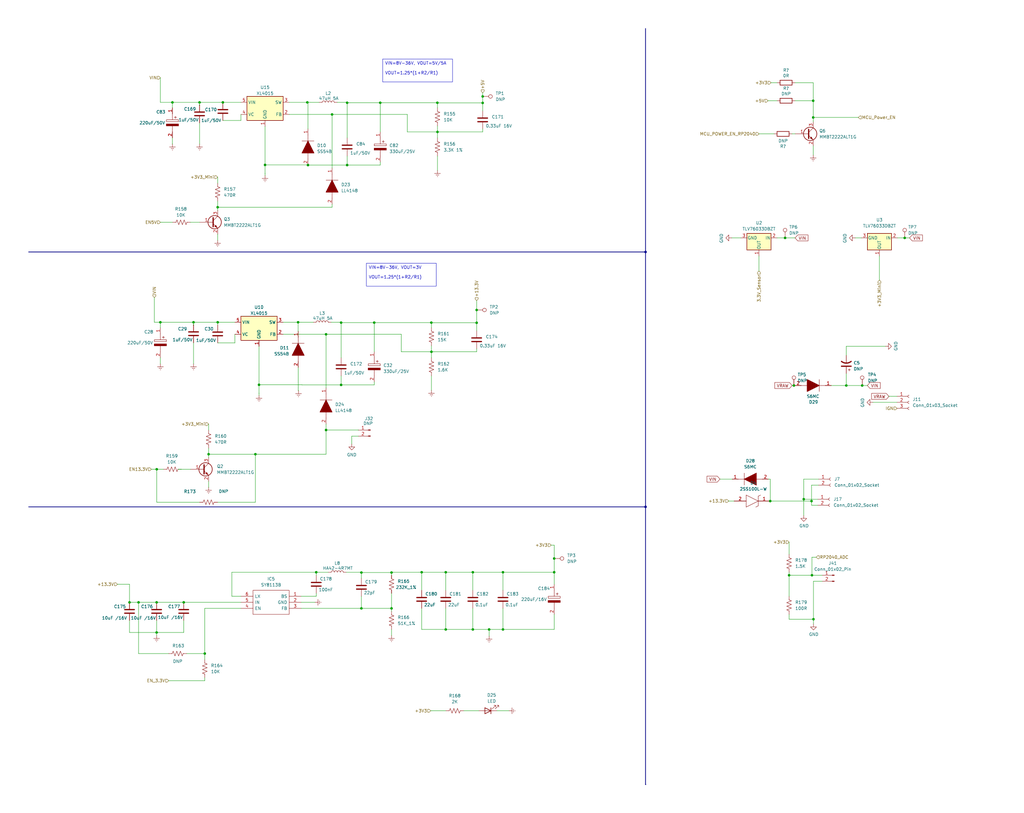
<source format=kicad_sch>
(kicad_sch (version 20230819) (generator eeschema)
  (paper "User" 431.8 342.9)
  (junction (at 77.47 254))
  (junction (at 87.9567 191.5238))
  (junction (at 381.4882 100.33))
  (junction (at 109.22 162.2591))
  (junction (at 66.04 266.7))
  (junction (at 81.6019 135.89))
  (junction (at 334.7742 162.56))
  (junction (at 133.35 241.3))
  (junction (at 66.04 254))
  (junction (at 200.9867 136.109))
  (junction (at 212.09 265.43))
  (junction (at 84.1419 43.18))
  (junction (at 160.3467 43.3232))
  (junction (at 181.9367 148.3438))
  (junction (at 129.5952 43.18))
  (junction (at 272.2111 106.2507))
  (junction (at 91.7921 135.89))
  (junction (at 342.9 49.53))
  (junction (at 137.4867 181.3307))
  (junction (at 342.3899 242.57))
  (junction (at 72.7125 43.18))
  (junction (at 184.4767 55.6338))
  (junction (at 212.09 241.3))
  (junction (at 332.74 242.57))
  (junction (at 342.9 42.4864))
  (junction (at 203.5267 40.6677))
  (junction (at 137.4867 140.97))
  (junction (at 338.9171 210.488))
  (junction (at 111.76 69.5491))
  (junction (at 107.7044 191.5238))
  (junction (at 165.1 241.4213))
  (junction (at 356.87 162.56))
  (junction (at 152.4 241.4213))
  (junction (at 342.2074 211.2877))
  (junction (at 129.8667 69.6038))
  (junction (at 324.7848 211.2877))
  (junction (at 206.248 265.43))
  (junction (at 177.8 241.3))
  (junction (at 200.9867 130.7165))
  (junction (at 233.68 241.3))
  (junction (at 343.0251 261.0961))
  (junction (at 143.8367 162.3138))
  (junction (at 187.96 265.43))
  (junction (at 66.0848 197.8738))
  (junction (at 91.7667 87.3838))
  (junction (at 152.4 256.54))
  (junction (at 146.3767 43.3232))
  (junction (at 140.0267 48.26))
  (junction (at 199.39 241.3))
  (junction (at 67.6367 135.89))
  (junction (at 54.61 254))
  (junction (at 363.5706 162.56))
  (junction (at 157.8067 136.0332))
  (junction (at 331.0527 100.33))
  (junction (at 181.8942 136.0332))
  (junction (at 143.8367 136.0332))
  (junction (at 93.98 43.18))
  (junction (at 86.36 275.59))
  (junction (at 58.42 254))
  (junction (at 272.2111 213.7291))
  (junction (at 125.6954 135.89))
  (junction (at 203.5267 43.399))
  (junction (at 165.1 256.54))
  (junction (at 187.96 241.3))
  (junction (at 146.3767 69.6038))
  (junction (at 184.4342 43.3232))
  (junction (at 233.68 235.5096))
  (junction (at 199.39 265.43))
  (wire (pts (xy 81.6019 135.89) (xy 91.7921 135.89)))
  (wire (pts (xy 86.36 275.59) (xy 86.36 278.13)))
  (wire (pts (xy 140.0267 87.3838) (xy 140.0267 86.1138)))
  (wire (pts (xy 91.7667 88.6167) (xy 91.7825 88.6167)))
  (wire (pts (xy 177.8 241.3) (xy 165.1 241.3)))
  (wire (pts (xy 129.8667 54.3638) (xy 129.8667 43.18)))
  (wire (pts (xy 181.61 299.72) (xy 187.96 299.72)))
  (wire (pts (xy 137.4867 178.8238) (xy 137.4867 181.3307)))
  (wire (pts (xy 97.79 251.46) (xy 97.79 241.3)))
  (wire (pts (xy 143.8367 158.5038) (xy 143.8367 162.3138)))
  (wire (pts (xy 335.28 34.8664) (xy 342.9 34.8664)))
  (wire (pts (xy 133.35 241.3) (xy 133.35 242.57)))
  (wire (pts (xy 58.42 254) (xy 66.04 254)))
  (wire (pts (xy 111.76 69.5491) (xy 111.76 73.1676)))
  (wire (pts (xy 169.2367 148.3438) (xy 181.9367 148.3438)))
  (wire (pts (xy 203.5267 40.6677) (xy 203.5267 43.399)))
  (wire (pts (xy 203.5267 43.399) (xy 203.5267 46.7438)))
  (wire (pts (xy 157.8067 162.3138) (xy 143.8367 162.3138)))
  (wire (pts (xy 165.1 241.3) (xy 165.1 241.4213)))
  (wire (pts (xy 81.6019 137.16) (xy 81.6067 137.16)))
  (wire (pts (xy 342.2074 211.2877) (xy 342.2074 213.028)))
  (wire (pts (xy 54.61 266.7) (xy 66.04 266.7)))
  (wire (pts (xy 308.61 100.33) (xy 312.42 100.33)))
  (wire (pts (xy 350.52 162.56) (xy 356.87 162.56)))
  (wire (pts (xy 80.3367 93.6967) (xy 80.3367 93.7338)))
  (wire (pts (xy 360.68 100.33) (xy 363.22 100.33)))
  (wire (pts (xy 109.22 162.2591) (xy 109.22 165.8776)))
  (wire (pts (xy 91.7667 101.3538) (xy 91.7667 98.7767)))
  (wire (pts (xy 334.7742 162.56) (xy 335.28 162.56)))
  (wire (pts (xy 342.3899 234.95) (xy 342.3899 242.57)))
  (wire (pts (xy 137.4867 181.3307) (xy 151.13 181.3307)))
  (wire (pts (xy 111.76 53.34) (xy 111.76 69.5491)))
  (wire (pts (xy 199.39 256.54) (xy 199.39 265.43)))
  (wire (pts (xy 199.39 265.43) (xy 206.248 265.43)))
  (wire (pts (xy 374.8444 167.1302) (xy 378.2432 167.1302)))
  (wire (pts (xy 342.9 34.8664) (xy 342.9 42.4864)))
  (wire (pts (xy 87.9542 191.5238) (xy 87.9542 192.835)))
  (wire (pts (xy 307.2583 211.252) (xy 307.2583 211.2877)))
  (wire (pts (xy 75.2542 197.915) (xy 75.2542 197.8738)))
  (wire (pts (xy 344.8175 213.028) (xy 342.2074 213.028)))
  (wire (pts (xy 195.58 299.72) (xy 201.93 299.72)))
  (wire (pts (xy 66.04 267.97) (xy 66.04 266.7)))
  (wire (pts (xy 143.51 136.0332) (xy 143.8367 136.0332)))
  (wire (pts (xy 143.8367 136.0332) (xy 157.8067 136.0332)))
  (wire (pts (xy 160.3467 55.6338) (xy 160.3467 43.3232)))
  (wire (pts (xy 91.7667 98.7767) (xy 91.7825 98.7767)))
  (wire (pts (xy 206.248 265.43) (xy 206.248 268.224)))
  (wire (pts (xy 84.1419 43.18) (xy 93.98 43.18)))
  (wire (pts (xy 199.39 241.3) (xy 187.96 241.3)))
  (wire (pts (xy 165.1 257.81) (xy 165.1 256.54)))
  (wire (pts (xy 233.68 259.08) (xy 233.68 265.43)))
  (wire (pts (xy 132.0501 135.89) (xy 132.0501 135.8854)))
  (wire (pts (xy 121.92 43.18) (xy 129.5952 43.18)))
  (bus (pts (xy 12.0996 213.7291) (xy 272.2111 213.7291)))
  (wire (pts (xy 87.9567 178.8238) (xy 87.9567 181.3638)))
  (wire (pts (xy 66.04 254) (xy 77.47 254)))
  (wire (pts (xy 157.8067 161.0438) (xy 157.8067 162.3138)))
  (wire (pts (xy 209.55 299.72) (xy 214.63 299.72)))
  (wire (pts (xy 67.6367 138.1838) (xy 67.6367 135.89)))
  (wire (pts (xy 87.9567 191.5238) (xy 107.7044 191.5238)))
  (wire (pts (xy 365.76 162.56) (xy 363.5706 162.56)))
  (wire (pts (xy 140.0267 48.26) (xy 140.0267 70.8738)))
  (wire (pts (xy 67.6367 135.89) (xy 81.6019 135.89)))
  (bus (pts (xy 12.0738 106.2507) (xy 272.2111 106.2507)))
  (wire (pts (xy 137.4867 181.3307) (xy 137.4867 191.5238)))
  (wire (pts (xy 54.61 261.62) (xy 54.61 266.7)))
  (wire (pts (xy 332.74 228.6) (xy 332.74 233.68)))
  (wire (pts (xy 91.7667 74.6838) (xy 91.7667 77.2238)))
  (wire (pts (xy 101.6 251.46) (xy 97.79 251.46)))
  (wire (pts (xy 109.22 146.05) (xy 109.22 162.2591)))
  (wire (pts (xy 101.6 256.54) (xy 86.36 256.54)))
  (wire (pts (xy 133.35 241.3) (xy 138.43 241.3)))
  (wire (pts (xy 67.6367 93.7338) (xy 72.7167 93.7338)))
  (wire (pts (xy 181.9367 148.3438) (xy 181.9367 150.8838)))
  (wire (pts (xy 137.4867 140.97) (xy 169.2367 140.97)))
  (wire (pts (xy 177.8 241.3) (xy 177.8 248.92)))
  (wire (pts (xy 187.96 241.3) (xy 177.8 241.3)))
  (wire (pts (xy 332.74 261.0961) (xy 343.0251 261.0961)))
  (wire (pts (xy 157.8067 148.3438) (xy 157.8067 136.0332)))
  (wire (pts (xy 323.85 42.4864) (xy 327.66 42.4864)))
  (wire (pts (xy 65.0967 125.4838) (xy 65.0967 135.89)))
  (wire (pts (xy 212.09 256.54) (xy 212.09 265.43)))
  (wire (pts (xy 86.36 287.02) (xy 86.36 285.75)))
  (wire (pts (xy 171.7767 55.6338) (xy 184.4767 55.6338)))
  (wire (pts (xy 212.09 241.3) (xy 212.09 248.92)))
  (wire (pts (xy 78.74 275.59) (xy 86.36 275.59)))
  (wire (pts (xy 165.1 250.19) (xy 165.1 256.54)))
  (wire (pts (xy 342.9 49.53) (xy 342.9 51.3764)))
  (wire (pts (xy 129.8667 69.5491) (xy 129.8667 69.6038)))
  (wire (pts (xy 146.05 43.3232) (xy 146.3767 43.3232)))
  (wire (pts (xy 67.6367 150.8838) (xy 67.6367 153.4238)))
  (wire (pts (xy 338.9171 202.0277) (xy 338.9171 210.488)))
  (wire (pts (xy 93.98 50.8) (xy 101.6 50.8)))
  (wire (pts (xy 148.336 183.896) (xy 148.336 187.198)))
  (wire (pts (xy 151.13 183.896) (xy 148.336 183.896)))
  (wire (pts (xy 184.4767 55.6338) (xy 184.4767 58.1738)))
  (wire (pts (xy 200.9867 136.109) (xy 200.9867 139.4538)))
  (wire (pts (xy 184.4342 43.3232) (xy 184.4767 43.3232)))
  (wire (pts (xy 87.9542 205.4938) (xy 87.9567 205.4938)))
  (wire (pts (xy 212.09 241.3) (xy 199.39 241.3)))
  (wire (pts (xy 72.7125 58.1395) (xy 72.7125 60.7138)))
  (wire (pts (xy 342.2074 204.5677) (xy 342.2074 211.2877)))
  (wire (pts (xy 335.28 100.33) (xy 331.0527 100.33)))
  (bus (pts (xy 272.2111 106.2507) (xy 272.2111 213.7291)))
  (wire (pts (xy 184.4767 53.0938) (xy 184.4767 55.6338)))
  (wire (pts (xy 81.6067 137.16) (xy 81.6067 136.9138)))
  (wire (pts (xy 181.9367 148.3438) (xy 200.9867 148.3438)))
  (wire (pts (xy 334.01 162.56) (xy 334.7742 162.56)))
  (wire (pts (xy 87.9567 188.9838) (xy 87.9567 191.5238)))
  (wire (pts (xy 146.3767 65.7938) (xy 146.3767 69.6038)))
  (wire (pts (xy 129.8667 43.18) (xy 129.5952 43.18)))
  (wire (pts (xy 63.8267 197.8738) (xy 66.0848 197.8738)))
  (wire (pts (xy 109.22 162.2591) (xy 127.3267 162.2591)))
  (wire (pts (xy 233.68 229.87) (xy 233.68 235.5096)))
  (wire (pts (xy 344.8175 210.488) (xy 338.9171 210.488)))
  (wire (pts (xy 146.3767 43.3232) (xy 160.3467 43.3232)))
  (wire (pts (xy 54.61 254) (xy 58.42 254)))
  (wire (pts (xy 324.7848 202.0372) (xy 324.7848 211.2877)))
  (wire (pts (xy 65.0967 135.89) (xy 67.6367 135.89)))
  (wire (pts (xy 343.0251 261.0961) (xy 343.0251 263.0985)))
  (wire (pts (xy 342.9 42.4864) (xy 335.28 42.4864)))
  (wire (pts (xy 338.9171 210.488) (xy 338.9171 217.3282)))
  (wire (pts (xy 101.6 50.8) (xy 101.6 48.26)))
  (wire (pts (xy 77.47 254) (xy 101.6 254)))
  (wire (pts (xy 181.9367 138.1838) (xy 181.9367 136.0332)))
  (wire (pts (xy 152.4 241.3) (xy 152.4 241.4213)))
  (wire (pts (xy 325.12 34.8664) (xy 327.66 34.8664)))
  (wire (pts (xy 49.53 246.38) (xy 54.61 246.38)))
  (wire (pts (xy 181.9367 145.8038) (xy 181.9367 148.3438)))
  (wire (pts (xy 111.76 69.5491) (xy 129.8667 69.5491)))
  (wire (pts (xy 160.3467 43.3232) (xy 184.4342 43.3232)))
  (wire (pts (xy 125.73 154.94) (xy 125.73 164.7013)))
  (wire (pts (xy 233.68 246.38) (xy 233.68 241.3)))
  (wire (pts (xy 199.39 241.3) (xy 199.39 248.92)))
  (wire (pts (xy 200.9867 126.7538) (xy 200.9867 130.7165)))
  (wire (pts (xy 200.9867 136.109) (xy 181.8942 136.109)))
  (wire (pts (xy 84.1419 44.45) (xy 84.1419 43.18)))
  (bus (pts (xy 272.2111 213.7291) (xy 272.2111 330.8199)))
  (wire (pts (xy 374.8444 167.1555) (xy 374.8444 167.1302)))
  (wire (pts (xy 233.68 235.5096) (xy 233.68 241.3)))
  (wire (pts (xy 66.04 261.62) (xy 66.04 266.7)))
  (wire (pts (xy 233.68 241.3) (xy 212.09 241.3)))
  (wire (pts (xy 184.4767 55.6338) (xy 203.5267 55.6338)))
  (wire (pts (xy 119.38 140.97) (xy 137.4867 140.97)))
  (wire (pts (xy 203.5267 55.6338) (xy 203.5267 54.3638)))
  (wire (pts (xy 187.96 241.3) (xy 187.96 248.92)))
  (wire (pts (xy 107.7044 211.7633) (xy 107.7044 191.5238)))
  (wire (pts (xy 332.74 242.57) (xy 332.74 251.46)))
  (wire (pts (xy 127.3267 162.3138) (xy 143.8367 162.3138)))
  (wire (pts (xy 91.7667 87.3838) (xy 140.0267 87.3838)))
  (wire (pts (xy 84.1625 93.6967) (xy 80.3367 93.6967)))
  (wire (pts (xy 320.04 114.3) (xy 320.04 107.95)))
  (wire (pts (xy 307.2583 211.2877) (xy 309.5448 211.2877)))
  (wire (pts (xy 346.71 242.57) (xy 342.3899 242.57)))
  (wire (pts (xy 152.4 251.46) (xy 152.4 256.54)))
  (wire (pts (xy 75.2542 197.8738) (xy 76.5267 197.8738)))
  (wire (pts (xy 84.1467 44.45) (xy 84.1467 44.2038)))
  (wire (pts (xy 91.7921 144.6065) (xy 99.06 144.6065)))
  (wire (pts (xy 86.36 256.54) (xy 86.36 275.59)))
  (wire (pts (xy 370.84 118.11) (xy 370.84 107.95)))
  (wire (pts (xy 160.3467 68.3338) (xy 160.3467 69.6038)))
  (wire (pts (xy 67.6367 32.7738) (xy 67.6367 43.18)))
  (wire (pts (xy 125.6954 135.89) (xy 132.0501 135.89)))
  (wire (pts (xy 81.6067 144.5338) (xy 81.6067 153.4238)))
  (wire (pts (xy 91.7921 135.89) (xy 99.06 135.89)))
  (wire (pts (xy 151.13 181.3307) (xy 151.13 181.356)))
  (wire (pts (xy 184.4342 43.399) (xy 184.4342 43.3232)))
  (wire (pts (xy 346.71 245.11) (xy 343.0251 245.11)))
  (wire (pts (xy 345.1775 202.0277) (xy 338.9171 202.0277)))
  (wire (pts (xy 146.05 43.1754) (xy 146.05 43.3232)))
  (wire (pts (xy 66.0848 197.8738) (xy 68.9067 197.8738)))
  (wire (pts (xy 87.9542 202.995) (xy 87.9542 205.4938)))
  (wire (pts (xy 233.68 265.43) (xy 212.09 265.43)))
  (wire (pts (xy 71.12 287.02) (xy 86.36 287.02)))
  (wire (pts (xy 125.6954 139.7) (xy 125.73 139.7)))
  (wire (pts (xy 165.1 256.54) (xy 152.4 256.54)))
  (wire (pts (xy 160.3467 69.6038) (xy 146.3767 69.6038)))
  (wire (pts (xy 91.7921 135.89) (xy 91.7921 136.9865)))
  (wire (pts (xy 308.7739 202.0277) (xy 303.5765 202.0277)))
  (wire (pts (xy 109.2247 165.8776) (xy 109.2247 166.707)))
  (wire (pts (xy 187.96 265.43) (xy 199.39 265.43)))
  (wire (pts (xy 72.7125 45.4395) (xy 72.7125 43.18)))
  (wire (pts (xy 143.51 135.8854) (xy 139.6701 135.8854)))
  (wire (pts (xy 133.35 250.19) (xy 133.35 251.46)))
  (wire (pts (xy 343.0251 245.11) (xy 343.0251 261.0961)))
  (wire (pts (xy 66.0848 211.7633) (xy 66.0848 197.8738)))
  (wire (pts (xy 342.2074 204.5677) (xy 345.1775 204.5677)))
  (wire (pts (xy 332.74 259.08) (xy 332.74 261.0961)))
  (wire (pts (xy 203.5267 39.1238) (xy 203.5267 40.6677)))
  (wire (pts (xy 66.04 266.7) (xy 77.47 266.7)))
  (wire (pts (xy 87.9542 191.5238) (xy 87.9567 191.5238)))
  (wire (pts (xy 181.8942 136.109) (xy 181.8942 136.0332)))
  (wire (pts (xy 58.42 275.59) (xy 58.42 254)))
  (wire (pts (xy 129.5952 43.18) (xy 129.5952 43.1754)))
  (wire (pts (xy 54.61 246.38) (xy 54.61 254)))
  (wire (pts (xy 232.41 229.87) (xy 233.68 229.87)))
  (wire (pts (xy 165.1 242.57) (xy 165.1 241.4213)))
  (wire (pts (xy 125.73 164.7013) (xy 125.8771 164.7013)))
  (wire (pts (xy 146.05 43.1754) (xy 142.2101 43.1754)))
  (wire (pts (xy 84.1515 211.7633) (xy 66.0848 211.7633)))
  (wire (pts (xy 140.0267 48.26) (xy 171.7767 48.26)))
  (bus (pts (xy 272.2111 330.8199) (xy 272.3431 330.8199)))
  (wire (pts (xy 121.92 48.26) (xy 140.0267 48.26)))
  (wire (pts (xy 332.74 241.3) (xy 332.74 242.57)))
  (wire (pts (xy 165.1 241.4213) (xy 152.4 241.4213)))
  (wire (pts (xy 334.01 56.4564) (xy 335.28 56.4564)))
  (wire (pts (xy 383.54 100.33) (xy 381.4882 100.33)))
  (wire (pts (xy 184.4767 45.4738) (xy 184.4767 43.3232)))
  (wire (pts (xy 111.7647 73.1676) (xy 111.7647 73.997)))
  (wire (pts (xy 152.4 256.54) (xy 127 256.54)))
  (wire (pts (xy 129.5952 43.1754) (xy 134.5901 43.1754)))
  (wire (pts (xy 157.8067 136.0332) (xy 181.8942 136.0332)))
  (wire (pts (xy 356.87 146.05) (xy 356.87 149.86)))
  (wire (pts (xy 77.47 261.62) (xy 77.47 266.7)))
  (wire (pts (xy 137.4867 140.97) (xy 137.4867 163.5838)))
  (wire (pts (xy 206.248 265.43) (xy 212.09 265.43)))
  (wire (pts (xy 72.7125 60.7138) (xy 72.7167 60.7138)))
  (wire (pts (xy 308.7739 202.0372) (xy 308.7739 202.0277)))
  (wire (pts (xy 72.7125 43.18) (xy 84.1419 43.18)))
  (wire (pts (xy 177.8 256.54) (xy 177.8 265.43)))
  (wire (pts (xy 143.8367 136.0332) (xy 143.8367 150.8838)))
  (wire (pts (xy 200.9867 148.3438) (xy 200.9867 147.0738)))
  (wire (pts (xy 368.128 169.6702) (xy 378.2432 169.6702)))
  (wire (pts (xy 344.17 234.95) (xy 342.3899 234.95)))
  (wire (pts (xy 99.06 144.6065) (xy 99.06 140.97)))
  (wire (pts (xy 146.3767 43.3232) (xy 146.3767 58.1738)))
  (wire (pts (xy 342.3899 242.57) (xy 332.74 242.57)))
  (wire (pts (xy 177.8 265.43) (xy 187.96 265.43)))
  (wire (pts (xy 129.8667 69.6038) (xy 146.3767 69.6038)))
  (wire (pts (xy 127.3267 162.2591) (xy 127.3267 162.3138)))
  (wire (pts (xy 381.4882 100.33) (xy 378.46 100.33)))
  (wire (pts (xy 109.22 165.8776) (xy 109.2247 165.8776)))
  (wire (pts (xy 331.0527 100.33) (xy 327.66 100.33)))
  (wire (pts (xy 184.4767 65.7938) (xy 184.4767 71.8898)))
  (wire (pts (xy 84.1419 44.45) (xy 84.1467 44.45)))
  (wire (pts (xy 67.6367 43.18) (xy 72.7125 43.18)))
  (wire (pts (xy 342.9 49.53) (xy 361.95 49.53)))
  (wire (pts (xy 320.04 56.4564) (xy 326.39 56.4564)))
  (wire (pts (xy 187.96 256.54) (xy 187.96 265.43)))
  (wire (pts (xy 71.12 275.59) (xy 58.42 275.59)))
  (wire (pts (xy 91.7667 87.3838) (xy 91.7667 88.6167)))
  (wire (pts (xy 200.9867 130.7165) (xy 200.9867 136.109)))
  (wire (pts (xy 169.2367 140.97) (xy 169.2367 148.3438)))
  (wire (pts (xy 203.5267 43.399) (xy 184.4342 43.399)))
  (wire (pts (xy 75.2542 197.915) (xy 80.3342 197.915)))
  (wire (pts (xy 91.7667 84.8438) (xy 91.7667 87.3838)))
  (wire (pts (xy 181.9367 158.5038) (xy 181.9367 164.5998)))
  (wire (pts (xy 81.6019 137.16) (xy 81.6019 135.89)))
  (wire (pts (xy 324.7848 211.2877) (xy 342.2074 211.2877)))
  (wire (pts (xy 342.9 42.4864) (xy 342.9 49.53)))
  (wire (pts (xy 171.7767 48.26) (xy 171.7767 55.6338)))
  (wire (pts (xy 133.35 251.46) (xy 127 251.46)))
  (wire (pts (xy 342.9 61.5364) (xy 342.9 65.3464)))
  (wire (pts (xy 146.05 241.3) (xy 152.4 241.3)))
  (wire (pts (xy 84.1467 51.8238) (xy 84.1467 60.7138)))
  (wire (pts (xy 356.87 162.56) (xy 363.5706 162.56)))
  (wire (pts (xy 107.7044 191.5238) (xy 137.4867 191.5238)))
  (wire (pts (xy 373.38 146.05) (xy 356.87 146.05)))
  (wire (pts (xy 165.1 265.43) (xy 165.1 267.97)))
  (wire (pts (xy 119.38 135.89) (xy 125.6954 135.89)))
  (wire (pts (xy 127 254) (xy 132.8116 254)))
  (wire (pts (xy 356.87 157.48) (xy 356.87 162.56)))
  (wire (pts (xy 181.8942 136.0332) (xy 181.9367 136.0332)))
  (wire (pts (xy 143.51 135.8854) (xy 143.51 136.0332)))
  (wire (pts (xy 93.98 43.18) (xy 101.6 43.18)))
  (wire (pts (xy 324.0139 202.0372) (xy 324.7848 202.0372)))
  (bus (pts (xy 272.2111 12.0238) (xy 272.2111 106.2507)))
  (wire (pts (xy 152.4 241.4213) (xy 152.4 243.84)))
  (wire (pts (xy 111.76 73.1676) (xy 111.7647 73.1676)))
  (wire (pts (xy 97.79 241.3) (xy 133.35 241.3)))
  (wire (pts (xy 91.7715 211.7633) (xy 107.7044 211.7633)))
  (wire (pts (xy 125.6954 135.89) (xy 125.6954 139.7)))
  (text_box "VIN=8V-36V, VOUT=3V\n\nVOUT=1.25*(1+R2/R1)" (at 154.5047 111.0058 0) (size 29.464 9.652) (effects (font (size 1.27 1.27)) (justify left top)))
  (text_box "VIN=8V-36V, VOUT=5V/5A\n\nVOUT=1.25*(1+R2/R1)" (at 161.3627 24.8998 0) (size 29.464 9.652) (effects (font (size 1.27 1.27)) (justify left top)))
  (global_label "VIN" (shape input) (at 335.28 100.33 0) (property "Intersheetrefs" "${INTERSHEET_REFS}" (effects hide)))
  (global_label "VRAW" (shape input) (at 374.8444 167.1555 180) (property "Intersheetrefs" "${INTERSHEET_REFS}" (effects hide)))
  (global_label "VIN" (shape input) (at 303.5765 202.0277 180) (property "Intersheetrefs" "${INTERSHEET_REFS}" (effects hide)))
  (global_label "VRAW" (shape input) (at 334.01 162.56 180) (property "Intersheetrefs" "${INTERSHEET_REFS}" (effects hide)))
  (global_label "VIN" (shape input) (at 365.76 162.56 0) (property "Intersheetrefs" "${INTERSHEET_REFS}" (effects hide)))
  (global_label "VIN" (shape input) (at 383.54 100.33 0) (property "Intersheetrefs" "${INTERSHEET_REFS}" (effects hide)))
  (hierarchical_label "EN5V" (shape input) (at 67.6367 93.7338 180))
  (hierarchical_label "+3V3" (shape input) (at 325.12 34.8664 180))
  (hierarchical_label "RP2040_ADC" (shape input) (at 344.17 234.95 0))
  (hierarchical_label "+13.3V" (shape input) (at 49.53 246.38 180))
  (hierarchical_label "+5V" (shape input) (at 203.5267 39.1238 90))
  (hierarchical_label "+3V3_Mini" (shape input) (at 370.84 118.11 270))
  (hierarchical_label "VIN" (shape input) (at 65.0967 125.4838 90))
  (hierarchical_label "EN_3.3V" (shape input) (at 71.12 287.02 180))
  (hierarchical_label "EN13.3V" (shape input) (at 63.8267 197.8738 180))
  (hierarchical_label "MCU_Power_EN" (shape input) (at 361.95 49.53 0))
  (hierarchical_label "+3V3_Mini" (shape input) (at 91.7667 74.6838 180))
  (hierarchical_label "+3V3_Mini" (shape input) (at 87.9567 178.8238 180))
  (hierarchical_label "+3V3" (shape input) (at 332.74 228.6 180))
  (hierarchical_label "+13.3V" (shape input) (at 200.9867 126.7538 90))
  (hierarchical_label "VIN" (shape input) (at 67.6367 32.7738 180))
  (hierarchical_label "+3V3" (shape input) (at 181.61 299.72 180))
  (hierarchical_label "+3V3" (shape input) (at 232.41 229.87 180))
  (hierarchical_label "+5V" (shape input) (at 323.85 42.4864 180))
  (hierarchical_label "+13.3V" (shape input) (at 307.2583 211.252 180))
  (hierarchical_label "3.3V_Sensor" (shape input) (at 320.04 114.3 270))
  (hierarchical_label "IGN" (shape input) (at 378.2432 172.2102 180))
  (hierarchical_label "MCU_POWER_EN_RP2040" (shape input) (at 320.04 56.4564 180))
  (symbol (lib_id "Device:R_US") (at 181.9367 154.6938 0) (unit 1)
    (property "Reference" "R162" (at 184.4767 153.4237 0) (effects (justify left)))
    (property "Value" "1.6K" (at 184.4767 155.9637 0) (effects (justify left)))
    (property "Footprint" "Resistor_SMD:R_0603_1608Metric" (effects hide))
    (property "Description" "Resistor, US symbol" (effects hide))
  )
  (symbol (lib_id "power:GND") (at 308.61 100.33 270) (unit 1)
    (property "Reference" "#PWR0125" (effects hide))
    (property "Value" "GND" (at 304.2158 100.457 0))
  )
  (symbol (lib_id "Device:L") (at 135.8601 135.8854 90) (unit 1)
    (property "Reference" "L3" (at 135.8601 132.0754 90))
    (property "Value" "47uH 5A" (at 136.0742 134.1794 90))
    (property "Footprint" "CYA1050-47UH:L_Bourns_SRR1208_12.7x12.7mm" (effects hide))
  )
  (symbol (lib_id "SS54B:SS54B") (at 129.8667 54.3638 270) (unit 1)
    (property "Reference" "D10" (at 133.6767 61.3488 90) (effects (justify left)))
    (property "Value" "SS54B" (at 133.6767 63.8888 90) (effects (justify left)))
    (property "Datasheet" "https://datasheet.datasheetarchive.com/originals/distributors/Datasheets-3/DSA-43270.pdf" (effects hide))
    (property "Description" "HY Electronic Corp SS54B, SMT Rectifier Schottky Diode, 40V 5A, 2-Pin SMB" (effects hide))
    (property "Height" "2.44" (effects hide))
    (property "Manufacturer_Name" "HY Electronic" (effects hide))
    (property "Manufacturer_Part_Number" "SS54B" (effects hide))
  )
  (symbol (lib_id "Device:R_US") (at 181.9367 141.9938 0) (unit 1)
    (property "Reference" "R161" (at 184.4767 140.7237 0) (effects (justify left)))
    (property "Value" "15K" (at 184.4767 143.2637 0) (effects (justify left)))
    (property "Footprint" "Resistor_SMD:R_0603_1608Metric" (effects hide))
    (property "Description" "Resistor, US symbol" (effects hide))
  )
  (symbol (lib_id "Device:R_US") (at 72.7167 197.8738 90) (unit 1)
    (property "Reference" "R159" (at 72.4627 192.2858 90))
    (property "Value" "10K" (at 72.4627 194.8258 90))
    (property "Footprint" "Resistor_SMD:R_0603_1608Metric" (effects hide))
    (property "Description" "Resistor, US symbol" (effects hide))
  )
  (symbol (lib_id "Connector:TestPoint") (at 331.0527 100.33 0) (unit 1)
    (property "Reference" "TP6" (at 332.74 95.7579 0) (effects (justify left)))
    (property "Value" "DNP" (at 332.74 98.2979 0) (effects (justify left)))
    (property "Footprint" "Connector_Pin:Pin_D1.0mm_L10.0mm" (effects hide))
    (property "Description" "test point" (effects hide))
  )
  (symbol (lib_id "Device:C") (at 187.96 252.73 180) (unit 1)
    (property "Reference" "C181" (at 189.484 250.444 0) (effects (justify right)))
    (property "Value" "22uF" (at 188.976 255.016 0) (effects (justify right)))
    (property "Footprint" "Capacitor_SMD:C_0603_1608Metric" (effects hide))
  )
  (symbol (lib_id "power:GND") (at 360.68 100.33 270) (unit 1)
    (property "Reference" "#PWR0124" (effects hide))
    (property "Value" "GND" (at 356.2858 100.457 0))
  )
  (symbol (lib_id "power:GND") (at 343.0251 263.0985 0) (unit 1)
    (property "Reference" "#PWR0237" (effects hide))
    (property "Value" "GND" (at 343.1521 267.4927 0))
  )
  (symbol (lib_id "Device:C") (at 177.8 252.73 180) (unit 1)
    (property "Reference" "C180" (at 179.324 250.444 0) (effects (justify right)))
    (property "Value" "22uF" (at 178.816 255.016 0) (effects (justify right)))
    (property "Footprint" "Capacitor_SMD:C_0603_1608Metric" (effects hide))
  )
  (symbol (lib_id "Device:R_US") (at 191.77 299.72 90) (unit 1)
    (property "Reference" "R168" (at 191.77 293.37 90))
    (property "Value" "2K" (at 191.77 295.91 90))
    (property "Footprint" "Resistor_SMD:R_0603_1608Metric" (effects hide))
    (property "Description" "Resistor, US symbol" (effects hide))
  )
  (symbol (lib_id "Device:C") (at 152.4 247.65 180) (unit 1)
    (property "Reference" "C179" (at 153.924 245.364 0) (effects (justify right)))
    (property "Value" "22pF" (at 153.416 249.936 0) (effects (justify right)))
    (property "Footprint" "Capacitor_SMD:C_0603_1608Metric" (effects hide))
  )
  (symbol (lib_id "Device:C") (at 133.35 246.38 180) (unit 1)
    (property "Reference" "C178" (at 134.874 244.094 0) (effects (justify right)))
    (property "Value" "100nF" (at 134.366 248.666 0) (effects (justify right)))
    (property "Footprint" "Capacitor_SMD:C_0603_1608Metric" (effects hide))
  )
  (symbol (lib_id "Device:C") (at 54.61 257.81 180) (unit 1)
    (property "Reference" "C175" (at 48.006 255.778 0) (effects (justify right)))
    (property "Value" "10uF /16V" (at 42.926 260.604 0) (effects (justify right)))
    (property "Footprint" "Capacitor_SMD:C_0603_1608Metric" (effects hide))
  )
  (symbol (lib_id "power:Earth") (at 87.9567 205.4938 0) (unit 1)
    (property "Reference" "#PWR0193" (effects hide))
    (property "Value" "Earth" (effects hide))
    (property "Description" "Power symbol creates a global label with name \"Earth\"" (effects hide))
  )
  (symbol (lib_name "GND_1") (lib_id "power:GND") (at 148.336 187.198 0) (unit 1)
    (property "Reference" "#PWR0163" (effects hide))
    (property "Value" "GND" (at 148.336 191.77 0))
    (property "Description" "Power symbol creates a global label with name \"GND\" , ground" (effects hide))
  )
  (symbol (lib_id "Device:R") (at 331.47 42.4864 270) (unit 1)
    (property "Reference" "R?" (at 331.47 37.2286 90))
    (property "Value" "DNP" (at 331.47 39.54 90))
    (property "Footprint" "Resistor_SMD:R_0603_1608Metric" (effects hide))
    (instances (project "RP2040_minimal" (path "" (reference "R?") (unit 1)) (path "" (reference "R176") (unit 1))) (project "RP2040" (path "" (reference "R50") (unit 1))))
  )
  (symbol (lib_id "power:Earth") (at 81.6067 153.4238 0) (unit 1)
    (property "Reference" "#PWR0192" (effects hide))
    (property "Value" "Earth" (effects hide))
    (property "Description" "Power symbol creates a global label with name \"Earth\"" (effects hide))
  )
  (symbol (lib_id "Device:L") (at 142.24 241.3 90) (unit 1)
    (property "Reference" "L8" (at 142.24 237.49 90))
    (property "Value" "HA42-4R7MT" (at 142.4541 239.594 90))
    (property "Footprint" "Pro V3:Inductor_0402_4.7uH" (effects hide))
  )
  (symbol (lib_id "power:GND") (at 368.128 169.6702 270) (unit 1)
    (property "Reference" "#PWR0207" (effects hide))
    (property "Value" "GND" (at 363.7338 169.7972 0))
  )
  (symbol (lib_id "UWT1E331MNL1GS:UWT1E331MNL1GS") (at 160.3467 55.6338 270) (unit 1)
    (property "Reference" "C82" (at 164.1567 61.3488 90) (effects (justify left)))
    (property "Value" "330uF/25V" (at 164.1567 63.8888 90) (effects (justify left)))
    (property "Footprint" "Capacitor_SMD:C_Elec_8x10.2" (effects hide))
    (property "Datasheet" "https://datasheet.lcsc.com/lcsc/2211031700_KNSCHA-RVT330UF25V167RV0055_C5246574.pdf" (effects hide))
    (property "Description" "Nichicon Aluminium Electrolytic Capacitor 330uF 25V dc 8mm WT Series, Surface Mount Electrolytic, +/-20% 8 (Dia.) x 10mm" (effects hide))
    (property "Height" "10.5" (effects hide))
    (property "Manufacturer_Name" "Nichicon" (effects hide))
    (property "Manufacturer_Part_Number" "RVT330UF25V167RV0055 " (effects hide))
  )
  (symbol (lib_id "Device:R_US") (at 76.5267 93.7338 90) (unit 1)
    (property "Reference" "R158" (at 76.2727 88.1458 90))
    (property "Value" "10K" (at 76.2727 90.6858 90))
    (property "Footprint" "Resistor_SMD:R_0603_1608Metric" (effects hide))
    (property "Description" "Resistor, US symbol" (effects hide))
  )
  (symbol (lib_name "LM1117-3.3_1") (lib_id "Regulator_Linear:LM1117-3.3") (at 370.84 100.33 0) (unit 1)
    (property "Reference" "U3" (at 370.84 92.71 0))
    (property "Value" "TLV76033DBZT" (at 370.84 95.25 0))
    (property "Footprint" "Package_TO_SOT_SMD:SOT-23" (effects hide))
    (property "Datasheet" "http://www.ti.com/lit/ds/symlink/lm1117.pdf" (effects hide))
  )
  (symbol (lib_id "SS54B:SS54B") (at 350.52 162.56 180) (unit 1)
    (property "Reference" "D29" (at 343.048 169.5369 0))
    (property "Value" "S6MC" (at 342.8376 167.1526 0))
    (property "Footprint" "Diode_SMD:S6MC" (effects hide))
    (property "Datasheet" "https://www.lcsc.com/product-detail/Diodes-General-Purpose_Shandong-Jingdao-Microelectronics-S6MC_C382843.html" (effects hide))
    (property "Manufacturer_Part_Number" "SS54B" (effects hide))
    (property "Mouser Part Number" "S6MC" (effects hide))
  )
  (symbol (lib_id "Device:R_US") (at 91.7667 81.0338 0) (unit 1)
    (property "Reference" "R157" (at 94.3067 79.7637 0) (effects (justify left)))
    (property "Value" "470R" (at 94.3067 82.3037 0) (effects (justify left)))
    (property "Footprint" "Resistor_SMD:R_0603_1608Metric" (effects hide))
    (property "Description" "Resistor, US symbol" (effects hide))
  )
  (symbol (lib_id "Device:R") (at 331.47 34.8664 270) (unit 1)
    (property "Reference" "R?" (at 331.47 29.6086 90))
    (property "Value" "0R" (at 331.47 31.92 90))
    (property "Footprint" "Resistor_SMD:R_0603_1608Metric" (effects hide))
    (instances (project "RP2040_minimal" (path "" (reference "R?") (unit 1)) (path "" (reference "R175") (unit 1))) (project "RP2040" (path "" (reference "R50") (unit 1))))
  )
  (symbol (lib_id "Connector:Conn_01x02_Pin") (at 156.21 181.356 0) (mirror y) (unit 1)
    (property "Reference" "J32" (at 155.575 176.53 0))
    (property "Value" "DNP " (at 155.702 178.562 0))
    (property "Footprint" "Connector_PinHeader_2.54mm:PinHeader_1x02_P2.54mm_Vertical" (effects hide))
    (property "Description" "Generic connector, single row, 01x02, script generated" (effects hide))
  )
  (symbol (lib_id "Device:C") (at 81.6067 140.7238 180) (unit 1)
    (property "Reference" "C29" (at 75.0027 138.6918 0) (effects (justify right)))
    (property "Value" "1uF/50V" (at 72.7167 143.2638 0) (effects (justify right)))
    (property "Footprint" "Capacitor_SMD:C_0603_1608Metric" (effects hide))
  )
  (symbol (lib_id "power:Earth") (at 72.7167 60.7138 0) (unit 1)
    (property "Reference" "#PWR0143" (effects hide))
    (property "Value" "Earth" (effects hide))
    (property "Description" "Power symbol creates a global label with name \"Earth\"" (effects hide))
  )
  (symbol (lib_id "UWT1H221MNL1GS:UWT1H221MNL1GS") (at 233.68 246.38 270) (unit 1)
    (property "Reference" "C184" (at 226.822 248.158 90) (effects (justify left)))
    (property "Value" "220uF/16V" (at 219.71 252.73 90) (effects (justify left)))
    (property "Footprint" "Capacitor_SMD:CP_Elec_6.3x7.7" (effects hide))
    (property "Datasheet" "https://datasheet.lcsc.com/lcsc/2108241130_KNSCHA-RVT220UF16V67RV0015_C2887273.pdf" (effects hide))
    (property "Description" "Capacitor lytic SMD WT Series 50V 220uF" (effects hide))
    (property "Height" "7.7" (effects hide))
    (property "Manufacturer_Part_Number" "RVT220UF16V67RV0015" (effects hide))
  )
  (symbol (lib_id "power:Earth") (at 109.2247 166.707 0) (mirror y) (unit 1)
    (property "Reference" "#PWR0162" (effects hide))
    (property "Value" "Earth" (effects hide))
    (property "Description" "Power symbol creates a global label with name \"Earth\"" (effects hide))
    (instances (project "RP2040_minimal" (path "" (reference "#PWR0162") (unit 1)) (path "" (reference "#PWR0194") (unit 1))))
  )
  (symbol (lib_id "Connector:TestPoint") (at 363.5706 162.56 0) (unit 1)
    (property "Reference" "TP4" (at 365.9034 157.9879 0) (effects (justify left)))
    (property "Value" "DNP" (at 365.9034 160.5279 0) (effects (justify left)))
    (property "Footprint" "Connector_Pin:Pin_D1.0mm_L10.0mm" (effects hide))
    (property "Description" "test point" (effects hide))
  )
  (symbol (lib_id "Device:R_US") (at 86.36 281.94 0) (unit 1)
    (property "Reference" "R164" (at 88.9 280.6699 0) (effects (justify left)))
    (property "Value" "10K" (at 88.9 283.2099 0) (effects (justify left)))
    (property "Footprint" "Resistor_SMD:R_0603_1608Metric" (effects hide))
    (property "Description" "Resistor, US symbol" (effects hide))
  )
  (symbol (lib_id "SS54B:SS54B") (at 140.0267 70.8738 270) (unit 1)
    (property "Reference" "D23" (at 143.8367 77.8588 90) (effects (justify left)))
    (property "Value" "LL4148" (at 143.8367 80.3988 90) (effects (justify left)))
    (property "Footprint" "Pro V3:LL4148" (effects hide))
    (property "Datasheet" "https://www.onsemi.com/pdf/datasheet/ll4148-d.pdf" (effects hide))
  )
  (symbol (lib_id "Device:R_US") (at 74.93 275.59 90) (unit 1)
    (property "Reference" "R163" (at 75.184 272.288 90))
    (property "Value" "DNP" (at 74.93 278.892 90))
    (property "Footprint" "Resistor_SMD:R_0603_1608Metric" (effects hide))
    (property "Description" "Resistor, US symbol" (effects hide))
  )
  (symbol (lib_id "Device:C") (at 200.9867 143.2638 180) (unit 1)
    (property "Reference" "C174" (at 204.7967 141.9937 0) (effects (justify right)))
    (property "Value" "0.33uF 16V" (at 202.2567 145.8038 0) (effects (justify right)))
    (property "Footprint" "Capacitor_SMD:C_0603_1608Metric" (effects hide))
  )
  (symbol (lib_id "power:Earth") (at 125.8771 164.7013 0) (mirror y) (unit 1)
    (property "Reference" "#PWR0162" (effects hide))
    (property "Value" "Earth" (effects hide))
    (property "Description" "Power symbol creates a global label with name \"Earth\"" (effects hide))
    (instances (project "RP2040_minimal" (path "" (reference "#PWR0162") (unit 1)) (path "" (reference "#PWR0227") (unit 1))))
  )
  (symbol (lib_id "Connector:TestPoint") (at 200.9867 130.7165 270) (unit 1)
    (property "Reference" "TP2" (at 206.4241 129.4464 90) (effects (justify left)))
    (property "Value" "DNP" (at 206.4241 131.9864 90) (effects (justify left)))
    (property "Footprint" "Connector_Pin:Pin_D1.0mm_L10.0mm" (effects hide))
    (property "Description" "test point" (effects hide))
  )
  (symbol (lib_id "power:Earth") (at 111.7647 73.997 0) (unit 1)
    (property "Reference" "#PWR0162" (effects hide))
    (property "Value" "Earth" (effects hide))
    (property "Description" "Power symbol creates a global label with name \"Earth\"" (effects hide))
    (instances (project "RP2040_minimal" (path "" (reference "#PWR0162") (unit 1)) (path "" (reference "#PWR040") (unit 1))))
  )
  (symbol (lib_id "UWT1H221MNL1GS:UWT1H221MNL1GS") (at 72.7125 45.4395 270) (unit 1)
    (property "Reference" "C83" (at 65.8545 47.2175 90) (effects (justify left)))
    (property "Value" "220uF/50V" (at 58.7425 51.7895 90) (effects (justify left)))
    (property "Footprint" "Capacitor_SMD:C_Elec_10x10.2" (effects hide))
    (property "Datasheet" "https://datasheet.lcsc.com/lcsc/2108241130_KNSCHA-RVT220UF50V67RV0021_C2887271.pdf" (effects hide))
    (property "Description" " 220uF 50V 230mA@120Hz ±20% SMD,D10xL10.2mm Aluminum Electrolytic Capacitors - SMD ROHS" (effects hide))
    (property "Height" "10.5" (effects hide))
    (property "Manufacturer_Part_Number" "RVT220UF50V67RV0021" (effects hide))
  )
  (symbol (lib_id "Device:C") (at 91.7921 140.7965 180) (unit 1)
    (property "Reference" "C30" (at 86.1787 138.6918 0) (effects (justify right)))
    (property "Value" "1uF/50V" (at 82.6227 143.5178 0) (effects (justify right)))
    (property "Footprint" "Capacitor_SMD:C_0603_1608Metric" (effects hide))
  )
  (symbol (lib_id "Connector:Conn_01x03_Socket") (at 383.3232 169.6702 0) (unit 1)
    (property "Reference" "J11" (at 384.81 168.4001 0) (effects (justify left)))
    (property "Value" "Conn_01x03_Socket" (at 384.81 170.9401 0) (effects (justify left)))
    (property "Footprint" "KF2EDGH:KF2EDGR-Y-5.08-3P-Right Angle" (effects hide))
    (property "Description" "Generic connector, single row, 01x03, script generated" (effects hide))
  )
  (symbol (lib_id "SS54B:SS54B") (at 137.4867 163.5838 270) (unit 1)
    (property "Reference" "D24" (at 141.2967 170.5688 90) (effects (justify left)))
    (property "Value" "LL4148" (at 141.2967 173.1088 90) (effects (justify left)))
    (property "Footprint" "Pro V3:LL4148" (effects hide))
    (property "Datasheet" "https://www.onsemi.com/pdf/datasheet/ll4148-d.pdf" (effects hide))
  )
  (symbol (lib_id "power:Earth") (at 206.248 268.224 0) (unit 1)
    (property "Reference" "#PWR0200" (effects hide))
    (property "Value" "Earth" (effects hide))
    (property "Description" "Power symbol creates a global label with name \"Earth\"" (effects hide))
  )
  (symbol (lib_id "Device:R") (at 330.2 56.4564 90) (unit 1)
    (property "Reference" "R?" (at 330.2 61.7142 90))
    (property "Value" "DNP" (at 330.2 59.4028 90))
    (property "Footprint" "Resistor_SMD:R_0603_1608Metric" (effects hide))
    (instances (project "RP2040_minimal" (path "" (reference "R?") (unit 1)) (path "" (reference "R174") (unit 1))) (project "RP2040" (path "" (reference "R50") (unit 1))))
  )
  (symbol (lib_id "Device:L") (at 138.4001 43.1754 90) (unit 1)
    (property "Reference" "L2" (at 138.4001 39.3654 90))
    (property "Value" "47uH 5A" (at 138.6142 41.4694 90))
    (property "Footprint" "CYA1050-47UH:L_Bourns_SRR1208_12.7x12.7mm" (effects hide))
  )
  (symbol (lib_name "SY8113B_1") (lib_id "SY8113B:SY8113B") (at 127 251.46 0) (mirror y) (unit 1)
    (property "Reference" "IC5" (at 114.3 244.094 0))
    (property "Value" "SY8113B" (at 114.3 246.634 0))
    (property "Datasheet" "https://www.olimex.com/Products/Breadboarding/BB-PWR-8113/resources/SY8113.pdf" (effects hide))
    (property "Description" "High Efficiency, 500kHz, 3A, 16V Input Synchronous Step Down Regulator" (effects hide))
    (property "Height" "1" (effects hide))
    (property "Manufacturer_Name" "Silergy" (effects hide))
    (property "Manufacturer_Part_Number" "SY8113B" (effects hide))
  )
  (symbol (lib_id "Device:C") (at 146.3767 61.9838 180) (unit 1)
    (property "Reference" "C84" (at 150.1867 60.7137 0) (effects (justify right)))
    (property "Value" "1uF/50V" (at 147.6467 64.5238 0) (effects (justify right)))
    (property "Footprint" "Capacitor_SMD:C_0603_1608Metric" (effects hide))
  )
  (symbol (lib_id "power:GND") (at 338.9171 217.3282 0) (unit 1)
    (property "Reference" "#PWR071" (effects hide))
    (property "Value" "GND" (at 339.0441 221.7224 0))
  )
  (symbol (lib_id "power:Earth") (at 67.6367 153.4238 0) (unit 1)
    (property "Reference" "#PWR06" (effects hide))
    (property "Value" "Earth" (effects hide))
    (property "Description" "Power symbol creates a global label with name \"Earth\"" (effects hide))
  )
  (symbol (lib_id "Device:C") (at 212.09 252.73 180) (unit 1)
    (property "Reference" "C183" (at 213.614 250.444 0) (effects (justify right)))
    (property "Value" "0.1uF" (at 213.106 255.016 0) (effects (justify right)))
    (property "Footprint" "Capacitor_SMD:C_0603_1608Metric" (effects hide))
  )
  (symbol (lib_id "Connector:Conn_01x02_Socket") (at 349.8975 210.488 0) (unit 1)
    (property "Reference" "J17" (at 351.43 210.4879 0) (effects (justify left)))
    (property "Value" "Conn_01x02_Socket" (at 351.43 213.0279 0) (effects (justify left)))
    (property "Footprint" "Connector_JST:JST_PH_B2B-PH-K_1x02_P2.00mm_Vertical" (effects hide))
    (property "Description" "Generic connector, single row, 01x02, script generated" (effects hide))
  )
  (symbol (lib_id "Device:C") (at 143.8367 154.6938 180) (unit 1)
    (property "Reference" "C172" (at 147.6467 153.4237 0) (effects (justify right)))
    (property "Value" "1uF/50V" (at 145.1067 157.2338 0) (effects (justify right)))
    (property "Footprint" "Capacitor_SMD:C_0603_1608Metric" (effects hide))
  )
  (symbol (lib_id "power:Earth") (at 91.7667 101.3538 0) (unit 1)
    (property "Reference" "#PWR0148" (effects hide))
    (property "Value" "Earth" (effects hide))
    (property "Description" "Power symbol creates a global label with name \"Earth\"" (effects hide))
  )
  (symbol (lib_id "UWT1H221MNL1GS:UWT1H221MNL1GS") (at 67.6367 138.1838 270) (unit 1)
    (property "Reference" "C28" (at 60.7787 139.9618 90) (effects (justify left)))
    (property "Value" "220uF/50V" (at 53.6667 144.5338 90) (effects (justify left)))
    (property "Footprint" "Capacitor_SMD:C_Elec_10x10.2" (effects hide))
    (property "Datasheet" "https://datasheet.lcsc.com/lcsc/2108241130_KNSCHA-RVT220UF50V67RV0021_C2887271.pdf" (effects hide))
    (property "Description" " 220uF 50V 230mA@120Hz ±20% SMD,D10xL10.2mm Aluminum Electrolytic Capacitors - SMD ROHS" (effects hide))
    (property "Height" "10.5" (effects hide))
    (property "Manufacturer_Part_Number" "RVT220UF50V67RV0021" (effects hide))
  )
  (symbol (lib_id "Device:R_US") (at 87.9567 185.1738 0) (unit 1)
    (property "Reference" "R160" (at 90.4967 183.9037 0) (effects (justify left)))
    (property "Value" "470R" (at 90.4967 186.4437 0) (effects (justify left)))
    (property "Footprint" "Resistor_SMD:R_0603_1608Metric" (effects hide))
    (property "Description" "Resistor, US symbol" (effects hide))
  )
  (symbol (lib_id "Connector:TestPoint") (at 203.5267 40.6677 270) (unit 1)
    (property "Reference" "TP1" (at 208.9641 39.3976 90) (effects (justify left)))
    (property "Value" "DNP" (at 208.9641 41.9376 90) (effects (justify left)))
    (property "Footprint" "Connector_Pin:Pin_D1.0mm_L10.0mm" (effects hide))
    (property "Description" "test point" (effects hide))
  )
  (symbol (lib_id "Device:R_US") (at 332.74 255.27 0) (unit 1)
    (property "Reference" "R179" (at 335.28 253.9999 0) (effects (justify left)))
    (property "Value" "100R" (at 335.28 256.5399 0) (effects (justify left)))
    (property "Footprint" "Resistor_SMD:R_0603_1608Metric" (effects hide))
    (property "Description" "Resistor, US symbol" (effects hide))
  )
  (symbol (lib_id "Device:R_US") (at 184.4767 61.9838 0) (unit 1)
    (property "Reference" "R156" (at 187.0167 60.7137 0) (effects (justify left)))
    (property "Value" "3.3K 1%" (at 187.0167 63.2537 0) (effects (justify left)))
    (property "Footprint" "Resistor_SMD:R_0603_1608Metric" (effects hide))
    (property "Description" "Resistor, US symbol" (effects hide))
  )
  (symbol (lib_id "Device:R_US") (at 87.9615 211.7633 90) (unit 1)
    (property "Reference" "R173" (at 80.0571 207.2753 90))
    (property "Value" "DNP" (at 94.2524 207.201 90))
    (property "Footprint" "Resistor_SMD:R_0603_1608Metric" (effects hide))
    (property "Description" "Resistor, US symbol" (effects hide))
  )
  (symbol (lib_id "Device:C") (at 84.1467 48.0138 180) (unit 1)
    (property "Reference" "C169" (at 77.5427 45.9818 0) (effects (justify right)))
    (property "Value" "1uF/50V" (at 75.2567 50.5538 0) (effects (justify right)))
    (property "Footprint" "Capacitor_SMD:C_0603_1608Metric" (effects hide))
  )
  (symbol (lib_id "Connector:TestPoint") (at 334.7742 162.56 0) (unit 1)
    (property "Reference" "TP5" (at 336.319 157.9879 0) (effects (justify left)))
    (property "Value" "DNP" (at 336.319 160.5279 0) (effects (justify left)))
    (property "Footprint" "Connector_Pin:Pin_D1.0mm_L10.0mm" (effects hide))
    (property "Description" "test point" (effects hide))
  )
  (symbol (lib_id "Device:R_US") (at 184.4767 49.2838 0) (unit 1)
    (property "Reference" "R155" (at 187.0167 48.0137 0) (effects (justify left)))
    (property "Value" "10K" (at 187.0167 50.5537 0) (effects (justify left)))
    (property "Footprint" "Resistor_SMD:R_0603_1608Metric" (effects hide))
    (property "Description" "Resistor, US symbol" (effects hide))
  )
  (symbol (lib_id "Device:C") (at 203.5267 50.5538 180) (unit 1)
    (property "Reference" "C171" (at 207.3367 49.2837 0) (effects (justify right)))
    (property "Value" "0.33uF 16V" (at 204.7967 53.0938 0) (effects (justify right)))
    (property "Footprint" "Capacitor_SMD:C_0603_1608Metric" (effects hide))
  )
  (symbol (lib_id "Regulator_Switching:XL4015") (at 111.76 45.72 0) (unit 1)
    (property "Reference" "U15" (at 111.76 36.83 0))
    (property "Value" "XL4015" (at 111.76 39.37 0))
    (property "Footprint" "Package_TO_SOT_SMD:TO-263-5_TabPin3" (effects hide))
    (property "Datasheet" "http://www.xlsemi.net/datasheet/XL4015%20datasheet-English.pdf" (effects hide))
  )
  (symbol (lib_id "power:Earth") (at 184.4767 71.8898 0) (unit 1)
    (property "Reference" "#PWR0147" (effects hide))
    (property "Value" "Earth" (effects hide))
    (property "Description" "Power symbol creates a global label with name \"Earth\"" (effects hide))
  )
  (symbol (lib_id "UWT1E331MNL1GS:UWT1E331MNL1GS") (at 157.8067 148.3438 270) (unit 1)
    (property "Reference" "C32" (at 161.6167 154.0588 90) (effects (justify left)))
    (property "Value" "330uF/25V" (at 161.6167 156.5988 90) (effects (justify left)))
    (property "Footprint" "Capacitor_SMD:C_Elec_8x10.2" (effects hide))
    (property "Datasheet" "https://datasheet.lcsc.com/lcsc/2211031700_KNSCHA-RVT330UF25V167RV0055_C5246574.pdf" (effects hide))
    (property "Description" "Nichicon Aluminium Electrolytic Capacitor 330uF 25V dc 8mm WT Series, Surface Mount Electrolytic, +/-20% 8 (Dia.) x 10mm" (effects hide))
    (property "Height" "10.5" (effects hide))
    (property "Manufacturer_Name" "Nichicon" (effects hide))
    (property "Manufacturer_Part_Number" "RVT330UF25V167RV0055 " (effects hide))
  )
  (symbol (lib_id "Device:R_US") (at 332.74 237.49 0) (unit 1)
    (property "Reference" "R178" (at 335.28 236.2199 0) (effects (justify left)))
    (property "Value" "1.5K" (at 335.28 238.7599 0) (effects (justify left)))
    (property "Footprint" "Resistor_SMD:R_0603_1608Metric" (effects hide))
    (property "Description" "Resistor, US symbol" (effects hide))
  )
  (symbol (lib_id "Transistor_BJT:2N3055") (at 85.4142 197.915 0) (unit 1)
    (property "Reference" "Q2" (at 91.44 196.6449 0) (effects (justify left)))
    (property "Value" "MMBT2222ALT1G" (at 91.44 199.1849 0) (effects (justify left)))
    (property "Footprint" "Pro V3:MMBT2222ALT1G" (effects hide))
    (property "Datasheet" "https://datasheet.lcsc.com/lcsc/2304140030_onsemi-MMBT2222ALT1G_C82460.pdf" (effects hide))
    (property "Description" "40V 225mW 100@150mA,10V 600mA NPN SOT-23(TO-236) Bipolar Transistors - BJT ROHS" (effects hide))
  )
  (symbol (lib_id "Transistor_BJT:2N3055") (at 89.2425 93.6967 0) (unit 1)
    (property "Reference" "Q3" (at 94.3225 92.4266 0) (effects (justify left)))
    (property "Value" "MMBT2222ALT1G" (at 94.3225 94.9666 0) (effects (justify left)))
    (property "Footprint" "Pro V3:MMBT2222ALT1G" (effects hide))
    (property "Datasheet" "https://datasheet.lcsc.com/lcsc/2304140030_onsemi-MMBT2222ALT1G_C82460.pdf" (effects hide))
    (property "Description" "40V 225mW 100@150mA,10V 600mA NPN SOT-23(TO-236) Bipolar Transistors - BJT ROHS" (effects hide))
  )
  (symbol (lib_id "SS54B:SS54B") (at 308.7739 202.0372 0) (unit 1)
    (property "Reference" "D28" (at 316.3939 194.3141 0))
    (property "Value" "S6MC" (at 316.3939 196.8541 0))
    (property "Footprint" "Diode_SMD:S6MC" (effects hide))
    (property "Datasheet" "https://www.lcsc.com/product-detail/Diodes-General-Purpose_Shandong-Jingdao-Microelectronics-S6MC_C382843.html" (effects hide))
    (property "Manufacturer_Part_Number" "SS54B" (effects hide))
    (property "Mouser Part Number" "S6MC" (effects hide))
  )
  (symbol (lib_id "Device:C") (at 66.04 257.81 180) (unit 1)
    (property "Reference" "C176" (at 59.436 255.778 0) (effects (justify right)))
    (property "Value" "10uF /16V" (at 55.118 260.604 0) (effects (justify right)))
    (property "Footprint" "Capacitor_SMD:C_0603_1608Metric" (effects hide))
  )
  (symbol (lib_id "SS54B:SS54B") (at 125.73 139.7 90) (mirror x) (unit 1)
    (property "Reference" "D11" (at 121.92 146.685 90) (effects (justify left)))
    (property "Value" "SS54B" (at 121.92 149.225 90) (effects (justify left)))
    (property "Datasheet" "https://datasheet.datasheetarchive.com/originals/distributors/Datasheets-3/DSA-43270.pdf" (effects hide))
    (property "Description" "HY Electronic Corp SS54B, SMT Rectifier Schottky Diode, 40V 5A, 2-Pin SMB" (effects hide))
    (property "Height" "2.44" (effects hide))
    (property "Manufacturer_Name" "HY Electronic" (effects hide))
    (property "Manufacturer_Part_Number" "SS54B" (effects hide))
  )
  (symbol (lib_id "Connector:Conn_01x02_Pin") (at 351.79 242.57 0) (mirror y) (unit 1)
    (property "Reference" "J41" (at 351.155 237.49 0))
    (property "Value" "Conn_01x02_Pin" (at 351.155 240.03 0))
    (property "Footprint" "Connector_PinSocket_2.00mm:PinSocket_1x02_P2.00mm_Vertical" (effects hide))
    (property "Description" "Generic connector, single row, 01x02, script generated" (effects hide))
  )
  (symbol (lib_id "Connector:TestPoint") (at 381.4882 100.33 0) (unit 1)
    (property "Reference" "TP7" (at 382.9069 95.7579 0) (effects (justify left)))
    (property "Value" "DNP" (at 382.9069 98.2979 0) (effects (justify left)))
    (property "Footprint" "Connector_Pin:Pin_D1.0mm_L10.0mm" (effects hide))
    (property "Description" "test point" (effects hide))
  )
  (symbol (lib_id "Device:C") (at 199.39 252.73 180) (unit 1)
    (property "Reference" "C182" (at 200.914 250.444 0) (effects (justify right)))
    (property "Value" "0.1uF" (at 200.406 255.016 0) (effects (justify right)))
    (property "Footprint" "Capacitor_SMD:C_0603_1608Metric" (effects hide))
  )
  (symbol (lib_id "power:Earth") (at 165.1 267.97 0) (unit 1)
    (property "Reference" "#PWR0199" (effects hide))
    (property "Value" "Earth" (effects hide))
    (property "Description" "Power symbol creates a global label with name \"Earth\"" (effects hide))
  )
  (symbol (lib_id "Device:C_Polarized_US") (at 356.87 153.67 180) (unit 1)
    (property "Reference" "C5" (at 359.918 153.0349 0) (effects (justify right)))
    (property "Value" "DNP" (at 359.918 155.5749 0) (effects (justify right)))
    (property "Footprint" "RP2040_minimal:FYD0H473ZF" (effects hide))
    (property "Description" "FYD0H473ZF" (effects hide))
  )
  (symbol (lib_id "power:Earth") (at 84.1467 60.7138 0) (unit 1)
    (property "Reference" "#PWR0141" (effects hide))
    (property "Value" "Earth" (effects hide))
    (property "Description" "Power symbol creates a global label with name \"Earth\"" (effects hide))
  )
  (symbol (lib_id "Device:R_US") (at 165.1 246.38 0) (unit 1)
    (property "Reference" "R165" (at 167.64 245.1099 0) (effects (justify left)))
    (property "Value" "232K_1%" (at 166.878 247.65 0) (effects (justify left)))
    (property "Footprint" "Resistor_SMD:R_0603_1608Metric" (effects hide))
    (property "Description" "Resistor, US symbol" (effects hide))
  )
  (symbol (lib_id "Device:C") (at 77.47 257.81 180) (unit 1)
    (property "Reference" "C177" (at 70.866 255.778 0) (effects (justify right)))
    (property "Value" "10uF /16V" (at 66.548 260.35 0) (effects (justify right)))
    (property "Footprint" "Capacitor_SMD:C_0603_1608Metric" (effects hide))
  )
  (symbol (lib_id "Device:LED") (at 205.74 299.72 180) (unit 1)
    (property "Reference" "D25" (at 207.3275 293.116 0))
    (property "Value" "LED" (at 207.3275 295.656 0))
    (property "Footprint" "LED_SMD:LED_0603_1608Metric" (effects hide))
    (property "Description" "Light emitting diode" (effects hide))
  )
  (symbol (lib_id "Connector:TestPoint") (at 233.68 235.5096 270) (unit 1)
    (property "Reference" "TP3" (at 239.1174 234.2395 90) (effects (justify left)))
    (property "Value" "DNP" (at 239.1174 236.7795 90) (effects (justify left)))
    (property "Footprint" "Connector_Pin:Pin_D1.0mm_L10.0mm" (effects hide))
    (property "Description" "test point" (effects hide))
  )
  (symbol (lib_id "Connector:Conn_01x02_Socket") (at 350.2575 202.0277 0) (unit 1)
    (property "Reference" "J7" (at 351.79 202.0276 0) (effects (justify left)))
    (property "Value" "Conn_01x02_Socket" (at 351.79 204.5676 0) (effects (justify left)))
    (property "Footprint" "KF2EDGH:KF2EDGH-3.81-2P" (effects hide))
    (property "Description" "Generic connector, single row, 01x02, script generated" (effects hide))
  )
  (symbol (lib_id "2SS100LW:2SS100L-W") (at 324.7848 211.2877 180) (unit 1)
    (property "Reference" "D4" (at 317.6728 203.6677 0))
    (property "Value" "2SS100L-W" (at 317.6728 206.2077 0))
    (property "Footprint" "2SS100L-W:2SS100LW" (effects hide))
    (property "Datasheet" "https://componentsearchengine.com/Datasheets/1/2SS100L-W.pdf" (effects hide))
    (property "Description" "Schottky Diodes & Rectifiers 100V 2A SM SCHOTTKY Barrier Rectifier" (effects hide))
    (property "Height" "1" (effects hide))
    (property "Manufacturer_Name" "Rectron" (effects hide))
    (property "Manufacturer_Part_Number" "2SS100L-W" (effects hide))
    (property "Mouser Part Number" "583-2SS100L-W" (effects hide))
    (property "Mouser Price/Stock" "https://www.mouser.co.uk/ProductDetail/Rectron/2SS100L-W?qs=5aG0NVq1C4wsv0OtzLcEnw%3D%3D" (effects hide))
    (property "Arrow Part Number" "2SS100L-W" (effects hide))
    (property "Arrow Price/Stock" "https://www.arrow.com/en/products/2ss100l-w/rectron?region=nac" (effects hide))
  )
  (symbol (lib_id "Device:C") (at 93.98 46.99 180) (unit 1)
    (property "Reference" "C170" (at 86.36 46.228 0) (effects (justify right)))
    (property "Value" "1uF/50V" (at 84.836 50.8 0) (effects (justify right)))
    (property "Footprint" "Capacitor_SMD:C_0603_1608Metric" (effects hide))
  )
  (symbol (lib_id "Transistor_BJT:2N3055") (at 340.36 56.4564 0) (unit 1)
    (property "Reference" "Q6" (at 345.44 55.1863 0) (effects (justify left)))
    (property "Value" "MMBT2222ALT1G" (at 345.44 57.7263 0) (effects (justify left)))
    (property "Footprint" "Pro V3:MMBT2222ALT1G" (effects hide))
    (property "Datasheet" "https://datasheet.lcsc.com/lcsc/2304140030_onsemi-MMBT2222ALT1G_C82460.pdf" (effects hide))
    (property "Description" "40V 225mW 100@150mA,10V 600mA NPN SOT-23(TO-236) Bipolar Transistors - BJT ROHS" (effects hide))
    (instances (project "RP2040_minimal" (path "" (reference "Q6") (unit 1)) (path "" (reference "Q?") (unit 1))))
  )
  (symbol (lib_id "power:Earth") (at 214.63 299.72 90) (unit 1)
    (property "Reference" "#PWR0201" (effects hide))
    (property "Value" "Earth" (effects hide))
    (property "Description" "Power symbol creates a global label with name \"Earth\"" (effects hide))
  )
  (symbol (lib_id "power:Earth") (at 342.9 65.3464 0) (unit 1)
    (property "Reference" "#PWR0232" (effects hide))
    (property "Value" "Earth" (effects hide))
    (property "Description" "Power symbol creates a global label with name \"Earth\"" (effects hide))
  )
  (symbol (lib_id "power:Earth") (at 132.8116 254 90) (unit 1)
    (property "Reference" "#PWR0198" (effects hide))
    (property "Value" "Earth" (effects hide))
    (property "Description" "Power symbol creates a global label with name \"Earth\"" (effects hide))
  )
  (symbol (lib_id "Device:R_US") (at 165.1 261.62 0) (unit 1)
    (property "Reference" "R166" (at 167.64 260.3499 0) (effects (justify left)))
    (property "Value" "51K_1%" (at 167.64 262.8899 0) (effects (justify left)))
    (property "Footprint" "Resistor_SMD:R_0603_1608Metric" (effects hide))
    (property "Description" "Resistor, US symbol" (effects hide))
  )
  (symbol (lib_name "LM1117-3.3_1") (lib_id "Regulator_Linear:LM1117-3.3") (at 320.04 100.33 0) (unit 1)
    (property "Reference" "U2" (at 320.04 93.98 0))
    (property "Value" "TLV76033DBZT" (at 320.04 96.52 0))
    (property "Footprint" "Package_TO_SOT_SMD:SOT-23" (effects hide))
    (property "Datasheet" "http://www.ti.com/lit/ds/symlink/lm1117.pdf" (effects hide))
  )
  (symbol (lib_id "power:Earth") (at 66.04 267.97 0) (unit 1)
    (property "Reference" "#PWR0197" (effects hide))
    (property "Value" "Earth" (effects hide))
    (property "Description" "Power symbol creates a global label with name \"Earth\"" (effects hide))
  )
  (symbol (lib_id "Regulator_Switching:XL4015") (at 109.22 138.43 0) (unit 1)
    (property "Reference" "U10" (at 109.22 129.54 0))
    (property "Value" "XL4015" (at 109.22 132.08 0))
    (property "Footprint" "Package_TO_SOT_SMD:TO-263-5_TabPin3" (effects hide))
    (property "Datasheet" "http://www.xlsemi.net/datasheet/XL4015%20datasheet-English.pdf" (effects hide))
  )
  (symbol (lib_id "power:GND") (at 373.38 146.05 90) (unit 1)
    (property "Reference" "#PWR0238" (effects hide))
    (property "Value" "GND" (at 377.7742 145.923 0))
  )
  (symbol (lib_id "power:Earth") (at 181.9367 164.5998 0) (unit 1)
    (property "Reference" "#PWR0195" (effects hide))
    (property "Value" "Earth" (effects hide))
    (property "Description" "Power symbol creates a global label with name \"Earth\"" (effects hide))
  )
)
</source>
